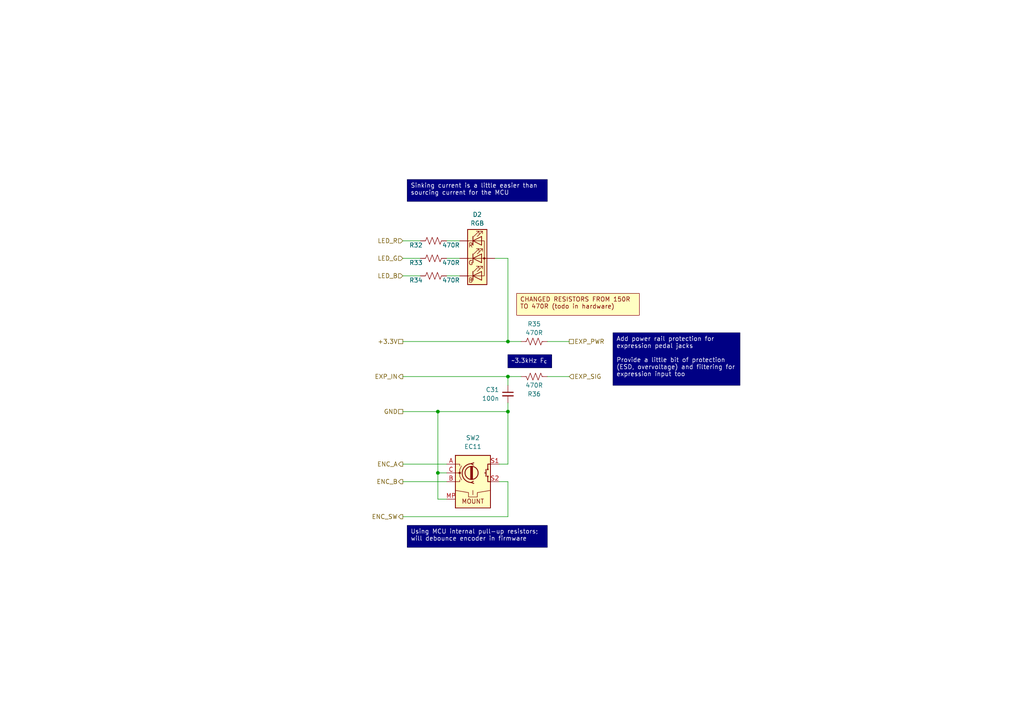
<source format=kicad_sch>
(kicad_sch (version 20230121) (generator eeschema)
  (paper "A4")
  (title_block (title "Digital Audio Effects Processor") (date "2023-11-26") (rev "A") (company "Ishaan Govindarajan"))
  (lib_symbols
    (symbol "Custom-CapacitorTHT:FG28X7R1H104KNT06" (pin_numbers hide) (pin_names (offset 0.254) hide)
      (property "Reference" "C" (at 0.254 1.778 0))
      (property "Value" "100n" (at 0.254 -2.032 0))
      (symbol "FG28X7R1H104KNT06_0_1"
        (polyline (pts (xy -1.524 -0.508) (xy 1.524 -0.508)) (stroke (width 0.3302)))
        (polyline (pts (xy -1.524 0.508) (xy 1.524 0.508)) (stroke (width 0.3048)))
      )
      (symbol "FG28X7R1H104KNT06_1_1"
        (pin passive line (at 0 2.54 270) (length 2.032) (name "~") (number "1"))
        (pin passive line (at 0 -2.54 90) (length 2.032) (name "~") (number "2"))
      )
    )
    (symbol "Custom-Electromechanical:EC11" (pin_names (offset 0.254) hide)
      (property "Reference" "SW" (at 0 6.604 0))
      (property "Value" "EC11" (at 0 -12.7 0))
      (symbol "EC11_0_1"
        (rectangle (start -5.08 5.08) (end 5.08 -10.16) (stroke (width 0.254)) (fill (type background)))
        (circle (center -3.81 0) (radius 0.254) (fill (type outline)))
        (circle (center -0.381 0) (radius 1.905) (stroke (width 0.254)))
        (arc (start -0.381 2.667) (mid -3.0988 -0.0635) (end -0.381 -2.794) (stroke (width 0.254)))
        (polyline (pts (xy -0.635 -1.778) (xy -0.635 1.778)) (stroke (width 0.254)))
        (polyline (pts (xy -0.381 -1.778) (xy -0.381 1.778)) (stroke (width 0.254)))
        (polyline (pts (xy -0.127 1.778) (xy -0.127 -1.778)) (stroke (width 0.254)))
        (polyline (pts (xy 0 -5.08) (xy 0 -6.35)))
        (polyline (pts (xy 3.81 0) (xy 3.429 0)) (stroke (width 0.254)))
        (polyline (pts (xy 3.81 1.016) (xy 3.81 -1.016)) (stroke (width 0.254)))
        (polyline (pts (xy -5.08 -2.54) (xy -3.81 -2.54) (xy -3.81 -2.032)))
        (polyline (pts (xy -5.08 2.54) (xy -3.81 2.54) (xy -3.81 2.032)))
        (polyline (pts (xy 0.254 -3.048) (xy -0.508 -2.794) (xy 0.127 -2.413)) (stroke (width 0.254)))
        (polyline (pts (xy 0.254 2.921) (xy -0.508 2.667) (xy 0.127 2.286)) (stroke (width 0.254)))
        (polyline (pts (xy 5.08 -2.54) (xy 4.318 -2.54) (xy 4.318 -1.016)) (stroke (width 0.254)))
        (polyline (pts (xy 5.08 2.54) (xy 4.318 2.54) (xy 4.318 1.016)) (stroke (width 0.254)))
        (polyline (pts (xy -5.08 0) (xy -3.81 0) (xy -3.81 -1.016) (xy -3.302 -2.032)))
        (polyline (pts (xy -4.318 0) (xy -3.81 0) (xy -3.81 1.016) (xy -3.302 2.032)))
        (polyline (pts (xy -5.08 -5.08) (xy -1.27 -5.715) (xy -1.27 -6.985) (xy 1.27 -6.985) (xy 1.27 -5.715) (xy 5.08 -5.08)))
        (circle (center 4.318 -1.016) (radius 0.127) (stroke (width 0.254)))
        (circle (center 4.318 1.016) (radius 0.127) (stroke (width 0.254)))
      )
      (symbol "EC11_1_1"
        (text "MOUNT" (at 0 -8.255 0) (effects (font (size 1.27 1.27))))
        (pin passive line (at -7.62 2.54 0) (length 2.54) (name "A") (number "A"))
        (pin passive line (at -7.62 -2.54 0) (length 2.54) (name "B") (number "B"))
        (pin passive line (at -7.62 0 0) (length 2.54) (name "C") (number "C"))
        (pin passive line (at -7.62 -7.62 0) (length 2.54) (name "MP") (number "MP"))
        (pin passive line (at 7.62 2.54 180) (length 2.54) (name "S1") (number "S1"))
        (pin passive line (at 7.62 -2.54 180) (length 2.54) (name "S2") (number "S2"))
      )
    )
    (symbol "Custom-Optoelectronic:QBL8RGB60D0-2897" (pin_names (offset 0) hide)
      (property "Reference" "D" (at 0 9.398 0))
      (property "Value" "RGB" (at 0 -8.89 0))
      (symbol "QBL8RGB60D0-2897_0_0"
        (text "B" (at -1.905 -6.35 0) (effects (font (size 1.27 1.27))))
        (text "G" (at -1.905 -1.27 0) (effects (font (size 1.27 1.27))))
        (text "R" (at -1.905 3.81 0) (effects (font (size 1.27 1.27))))
      )
      (symbol "QBL8RGB60D0-2897_0_1"
        (polyline (pts (xy -1.27 -5.08) (xy -2.54 -5.08)))
        (polyline (pts (xy -1.27 -5.08) (xy 1.27 -5.08)))
        (polyline (pts (xy -1.27 -3.81) (xy -1.27 -6.35)))
        (polyline (pts (xy -1.27 -3.81) (xy -1.27 -6.35)) (stroke (width 0.2032)))
        (polyline (pts (xy -1.27 0) (xy -2.54 0)))
        (polyline (pts (xy -1.27 0) (xy 1.27 0)))
        (polyline (pts (xy -1.27 1.27) (xy -1.27 -1.27)) (stroke (width 0.2032)))
        (polyline (pts (xy -1.27 5.08) (xy -2.54 5.08)))
        (polyline (pts (xy -1.27 6.35) (xy -1.27 3.81)) (stroke (width 0.2032)))
        (polyline (pts (xy 1.27 0) (xy 2.54 0)))
        (polyline (pts (xy 1.27 5.08) (xy -1.27 5.08)))
        (polyline (pts (xy -1.27 1.27) (xy -1.27 -1.27) (xy -1.27 -1.27)))
        (polyline (pts (xy -1.27 6.35) (xy -1.27 3.81) (xy -1.27 3.81)))
        (polyline (pts (xy 1.27 -5.08) (xy 2.032 -5.08) (xy 2.032 5.08) (xy 1.27 5.08)))
        (polyline (pts (xy 1.27 -3.81) (xy 1.27 -6.35) (xy -1.27 -5.08) (xy 1.27 -3.81)) (stroke (width 0.2032)))
        (polyline (pts (xy 1.27 1.27) (xy 1.27 -1.27) (xy -1.27 0) (xy 1.27 1.27)) (stroke (width 0.2032)))
        (polyline (pts (xy 1.27 6.35) (xy 1.27 3.81) (xy -1.27 5.08) (xy 1.27 6.35)) (stroke (width 0.2032)))
        (polyline (pts (xy -1.016 -3.81) (xy 0.508 -2.286) (xy -0.254 -2.286) (xy 0.508 -2.286) (xy 0.508 -3.048)))
        (polyline (pts (xy -1.016 1.27) (xy 0.508 2.794) (xy -0.254 2.794) (xy 0.508 2.794) (xy 0.508 2.032)))
        (polyline (pts (xy -1.016 6.35) (xy 0.508 7.874) (xy -0.254 7.874) (xy 0.508 7.874) (xy 0.508 7.112)))
        (polyline (pts (xy 0 -3.81) (xy 1.524 -2.286) (xy 0.762 -2.286) (xy 1.524 -2.286) (xy 1.524 -3.048)))
        (polyline (pts (xy 0 1.27) (xy 1.524 2.794) (xy 0.762 2.794) (xy 1.524 2.794) (xy 1.524 2.032)))
        (polyline (pts (xy 0 6.35) (xy 1.524 7.874) (xy 0.762 7.874) (xy 1.524 7.874) (xy 1.524 7.112)))
        (rectangle (start 1.27 -1.27) (end 1.27 1.27))
        (rectangle (start 1.27 1.27) (end 1.27 1.27))
        (rectangle (start 1.27 3.81) (end 1.27 6.35))
        (rectangle (start 1.27 6.35) (end 1.27 6.35))
        (circle (center 2.032 0) (radius 0.254) (fill (type outline)))
        (rectangle (start 2.794 8.382) (end -2.794 -7.62) (stroke (width 0.254)) (fill (type background)))
      )
      (symbol "QBL8RGB60D0-2897_1_1"
        (pin passive line (at -5.08 5.08 0) (length 2.54) (name "RK") (number "1"))
        (pin power_in line (at 5.08 0 180) (length 2.54) (name "A") (number "2"))
        (pin passive line (at -5.08 -5.08 0) (length 2.54) (name "BK") (number "3"))
        (pin passive line (at -5.08 0 0) (length 2.54) (name "GK") (number "4"))
      )
    )
    (symbol "Custom-ResistorTHT:MFR-25FRF52-470R" (pin_numbers hide) (pin_names (offset 0))
      (property "Reference" "R" (at 2.54 0 90))
      (property "Value" "470R" (at -2.54 0 90))
      (symbol "MFR-25FRF52-470R_0_1"
        (polyline (pts (xy 0 -2.286) (xy 0 -2.54)))
        (polyline (pts (xy 0 2.286) (xy 0 2.54)))
        (polyline (pts (xy 0 -0.762) (xy 1.016 -1.143) (xy 0 -1.524) (xy -1.016 -1.905) (xy 0 -2.286)))
        (polyline (pts (xy 0 0.762) (xy 1.016 0.381) (xy 0 0) (xy -1.016 -0.381) (xy 0 -0.762)))
        (polyline (pts (xy 0 2.286) (xy 1.016 1.905) (xy 0 1.524) (xy -1.016 1.143) (xy 0 0.762)))
      )
      (symbol "MFR-25FRF52-470R_1_1"
        (pin passive line (at 0 3.81 270) (length 1.27) (name "~") (number "1"))
        (pin passive line (at 0 -3.81 90) (length 1.27) (name "~") (number "2"))
      )
    )
  )
  (junction (at 147.32 119.38))
  (junction (at 127 137.16))
  (junction (at 147.32 99.06))
  (junction (at 127 119.38))
  (junction (at 147.32 109.22))
  (wire (pts (xy 116.84 139.7) (xy 129.54 139.7)))
  (wire (pts (xy 127 137.16) (xy 127 144.78)))
  (wire (pts (xy 116.84 74.93) (xy 121.92 74.93)))
  (wire (pts (xy 147.32 119.38) (xy 147.32 116.84)))
  (wire (pts (xy 143.51 74.93) (xy 147.32 74.93)))
  (wire (pts (xy 127 119.38) (xy 147.32 119.38)))
  (wire (pts (xy 116.84 109.22) (xy 147.32 109.22)))
  (wire (pts (xy 129.54 74.93) (xy 133.35 74.93)))
  (wire (pts (xy 129.54 80.01) (xy 133.35 80.01)))
  (wire (pts (xy 116.84 134.62) (xy 129.54 134.62)))
  (wire (pts (xy 127 119.38) (xy 116.84 119.38)))
  (wire (pts (xy 147.32 99.06) (xy 151.13 99.06)))
  (wire (pts (xy 127 144.78) (xy 129.54 144.78)))
  (wire (pts (xy 147.32 109.22) (xy 151.13 109.22)))
  (wire (pts (xy 116.84 69.85) (xy 121.92 69.85)))
  (wire (pts (xy 147.32 119.38) (xy 147.32 134.62)))
  (wire (pts (xy 147.32 139.7) (xy 144.78 139.7)))
  (wire (pts (xy 127 137.16) (xy 127 119.38)))
  (wire (pts (xy 129.54 137.16) (xy 127 137.16)))
  (wire (pts (xy 147.32 109.22) (xy 147.32 111.76)))
  (wire (pts (xy 116.84 80.01) (xy 121.92 80.01)))
  (wire (pts (xy 116.84 99.06) (xy 147.32 99.06)))
  (wire (pts (xy 147.32 134.62) (xy 144.78 134.62)))
  (wire (pts (xy 147.32 99.06) (xy 147.32 74.93)))
  (wire (pts (xy 165.1 109.22) (xy 158.75 109.22)))
  (wire (pts (xy 158.75 99.06) (xy 165.1 99.06)))
  (wire (pts (xy 116.84 149.86) (xy 147.32 149.86)))
  (wire (pts (xy 147.32 149.86) (xy 147.32 139.7)))
  (wire (pts (xy 129.54 69.85) (xy 133.35 69.85)))
  (text_box "Add power rail protection for expression pedal jacks\n\nProvide a little bit of protection (ESD, overvoltage) and filtering for expression input too" (at 177.8 96.52 0) (size 36.83 15.24) (stroke (width 0) (color 0 0 72 1)) (fill (type color) (color 0 0 132 1)) (effects (font (size 1.27 1.27)) (justify left top)))
  (text_box "Using MCU internal pull-up resistors; will debounce encoder in firmware" (at 118.11 152.4 0) (size 40.64 6.35) (stroke (width 0) (color 0 0 72 1)) (fill (type color) (color 0 0 132 1)) (effects (font (size 1.27 1.27)) (justify left top)))
  (text_box "CHANGED RESISTORS FROM 150R TO 470R (todo in hardware)" (at 149.86 85.09 0) (size 35.56 6.35) (stroke (width 0) (color 132 0 0 1)) (fill (type color) (color 255 255 194 1)) (effects (font (size 1.27 1.27)) (justify left top)))
  (text_box "Sinking current is a little easier than sourcing current for the MCU" (at 118.11 52.07 0) (size 40.64 6.35) (stroke (width 0) (color 0 0 72 1)) (fill (type color) (color 0 0 132 1)) (effects (font (size 1.27 1.27)) (justify left top)))
  (text_box "~3.3kHz F_{c}" (at 147.32 102.87 0) (size 12.7 3.81) (stroke (width 0) (color 0 0 72 1)) (fill (type color) (color 0 0 132 1)) (effects (font (size 1.27 1.27)) (justify left top)))
  (hierarchical_label "EXP_PWR" (shape passive) (at 165.1 99.06 0))
  (hierarchical_label "ENC_B" (shape output) (at 116.84 139.7 180))
  (hierarchical_label "+3.3V" (shape passive) (at 116.84 99.06 180))
  (hierarchical_label "EXP_IN" (shape output) (at 116.84 109.22 180))
  (hierarchical_label "LED_G" (shape input) (at 116.84 74.93 180))
  (hierarchical_label "ENC_SW" (shape output) (at 116.84 149.86 180))
  (hierarchical_label "LED_R" (shape input) (at 116.84 69.85 180))
  (hierarchical_label "LED_B" (shape input) (at 116.84 80.01 180))
  (hierarchical_label "GND" (shape passive) (at 116.84 119.38 180))
  (hierarchical_label "ENC_A" (shape output) (at 116.84 134.62 180))
  (hierarchical_label "EXP_SIG" (shape input) (at 165.1 109.22 0))
  (symbol (lib_id "Custom-ResistorTHT:MFR-25FRF52-470R") (at 154.94 99.06 90) (unit 1)
    (property "Reference" "R35" (at 154.94 93.98 90))
    (property "Value" "470R" (at 154.94 96.52 90))
    (property "Footprint" "Resistor_THT:R_Axial_DIN0207_L6.3mm_D2.5mm_P10.16mm_Horizontal" (effects hide))
    (property "Datasheet" "https://www.yageo.com/upload/media/product/productsearch/datasheet/lr/YAGEO%20MFR_datasheet_2023v3.pdf" (effects hide))
    (property "Manufacturer" "YAGEO" (effects hide))
    (property "Part Number" "MFR-25FRF52-470R" (effects hide))
    (instances (project "Amplifier Hardware R1" (path "" (reference "R35") (unit 1)) (path "" (reference "R40") (unit 1)) (path "" (reference "R45") (unit 1)) (path "" (reference "R30") (unit 1))))
  )
  (symbol (lib_id "Custom-ResistorTHT:MFR-25FRF52-470R") (at 125.73 69.85 90) (unit 1)
    (property "Reference" "R32" (at 120.65 71.12 90))
    (property "Value" "470R" (at 130.81 71.12 90))
    (property "Footprint" "Resistor_THT:R_Axial_DIN0207_L6.3mm_D2.5mm_P10.16mm_Horizontal" (effects hide))
    (property "Datasheet" "https://www.yageo.com/upload/media/product/productsearch/datasheet/lr/YAGEO%20MFR_datasheet_2023v3.pdf" (effects hide))
    (property "Manufacturer" "YAGEO" (effects hide))
    (property "Part Number" "MFR-25FRF52-470R" (effects hide))
    (instances (project "Amplifier Hardware R1" (path "" (reference "R32") (unit 1)) (path "" (reference "R37") (unit 1)) (path "" (reference "R42") (unit 1)) (path "" (reference "R27") (unit 1))))
  )
  (symbol (lib_id "Custom-CapacitorTHT:FG28X7R1H104KNT06") (at 147.32 114.3 0) (mirror y) (unit 1)
    (property "Reference" "C31" (at 144.78 113.0363 0) (effects (justify left)))
    (property "Value" "100n" (at 144.78 115.5763 0) (effects (justify left)))
    (property "Footprint" "Custom-RLC:C_Disc_L7.2mm_W2.5mm_H6.6mm_P5.00mm_MODIFIED_1" (effects hide))
    (property "Datasheet" "https://product.tdk.com/en/system/files?file=dam/doc/product/capacitor/ceramic/lead-mlcc/catalog/leadmlcc_halogenfree_fg_en.pdf" (effects hide))
    (property "Manufacturer" "TDK Corporation" (effects hide))
    (property "Part Number" "FG28X7R1H104KNT06" (effects hide))
    (instances (project "Amplifier Hardware R1" (path "" (reference "C31") (unit 1)) (path "" (reference "C32") (unit 1)) (path "" (reference "C33") (unit 1)) (path "" (reference "C30") (unit 1))))
  )
  (symbol (lib_id "Custom-ResistorTHT:MFR-25FRF52-470R") (at 154.94 109.22 90) (mirror x) (unit 1)
    (property "Reference" "R36" (at 154.94 114.3 90))
    (property "Value" "470R" (at 154.94 111.76 90))
    (property "Footprint" "Resistor_THT:R_Axial_DIN0207_L6.3mm_D2.5mm_P10.16mm_Horizontal" (effects hide))
    (property "Datasheet" "https://www.yageo.com/upload/media/product/productsearch/datasheet/lr/YAGEO%20MFR_datasheet_2023v3.pdf" (effects hide))
    (property "Manufacturer" "YAGEO" (effects hide))
    (property "Part Number" "MFR-25FRF52-470R" (effects hide))
    (instances (project "Amplifier Hardware R1" (path "" (reference "R36") (unit 1)) (path "" (reference "R41") (unit 1)) (path "" (reference "R46") (unit 1)) (path "" (reference "R31") (unit 1))))
  )
  (symbol (lib_id "Custom-Electromechanical:EC11") (at 137.16 137.16 0) (unit 1)
    (property "Reference" "SW2" (at 137.16 127 0))
    (property "Value" "EC11" (at 137.16 129.54 0))
    (property "Footprint" "Custom-Electromechanical:RotaryEncoder_Alps_EC11E-Switch_Vertical_H20mm" (effects hide))
    (property "Datasheet" "https://www.bourns.com/docs/Product-Datasheets/PEC11R.pdf" (effects hide))
    (property "Manufacturer" "Bourns Inc." (effects hide))
    (property "Part Number" "PEC11R-4230F-S0012" (effects hide))
    (instances (project "Amplifier Hardware R1" (path "" (reference "SW2") (unit 1)) (path "" (reference "SW3") (unit 1)) (path "" (reference "SW4") (unit 1)) (path "" (reference "SW1") (unit 1))))
  )
  (symbol (lib_id "Custom-ResistorTHT:MFR-25FRF52-470R") (at 125.73 74.93 90) (unit 1)
    (property "Reference" "R33" (at 120.65 76.2 90))
    (property "Value" "470R" (at 130.81 76.2 90))
    (property "Footprint" "Resistor_THT:R_Axial_DIN0207_L6.3mm_D2.5mm_P10.16mm_Horizontal" (effects hide))
    (property "Datasheet" "https://www.yageo.com/upload/media/product/productsearch/datasheet/lr/YAGEO%20MFR_datasheet_2023v3.pdf" (effects hide))
    (property "Manufacturer" "YAGEO" (effects hide))
    (property "Part Number" "MFR-25FRF52-470R" (effects hide))
    (instances (project "Amplifier Hardware R1" (path "" (reference "R33") (unit 1)) (path "" (reference "R38") (unit 1)) (path "" (reference "R43") (unit 1)) (path "" (reference "R28") (unit 1))))
  )
  (symbol (lib_id "Custom-Optoelectronic:QBL8RGB60D0-2897") (at 138.43 74.93 0) (unit 1)
    (property "Reference" "D2" (at 138.43 62.23 0))
    (property "Value" "RGB" (at 138.43 64.77 0))
    (property "Footprint" "Custom-DiscreteSemi:LED_D5.0mm-4_RGB" (effects hide))
    (property "Datasheet" "https://www.qt-brightek.com/datasheet/QBL8RGB60D0-2897.pdf" (effects hide))
    (property "Manufacturer" "QT Brightek (QTB)" (effects hide))
    (property "Part Number" "QBL8RGB60D0-2897" (effects hide))
    (instances (project "Amplifier Hardware R1" (path "" (reference "D2") (unit 1)) (path "" (reference "D3") (unit 1)) (path "" (reference "D4") (unit 1)) (path "" (reference "D1") (unit 1))))
  )
  (symbol (lib_id "Custom-ResistorTHT:MFR-25FRF52-470R") (at 125.73 80.01 90) (unit 1)
    (property "Reference" "R34" (at 120.65 81.28 90))
    (property "Value" "470R" (at 130.81 81.28 90))
    (property "Footprint" "Resistor_THT:R_Axial_DIN0207_L6.3mm_D2.5mm_P10.16mm_Horizontal" (effects hide))
    (property "Datasheet" "https://www.yageo.com/upload/media/product/productsearch/datasheet/lr/YAGEO%20MFR_datasheet_2023v3.pdf" (effects hide))
    (property "Manufacturer" "YAGEO" (effects hide))
    (property "Part Number" "MFR-25FRF52-470R" (effects hide))
    (instances (project "Amplifier Hardware R1" (path "" (reference "R34") (unit 1)) (path "" (reference "R39") (unit 1)) (path "" (reference "R44") (unit 1)) (path "" (reference "R29") (unit 1))))
  )
)
</source>
